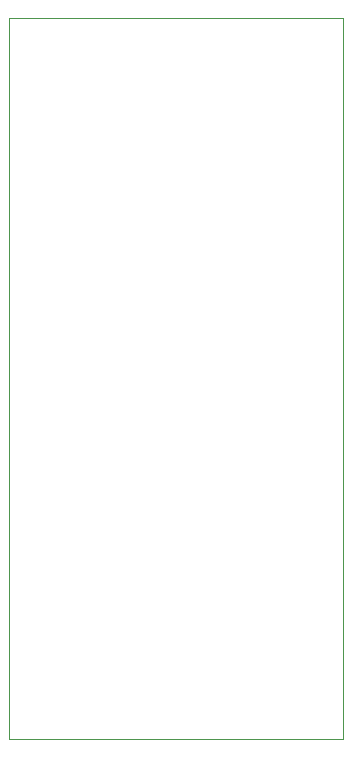
<source format=gm1>
G04 #@! TF.GenerationSoftware,KiCad,Pcbnew,8.0.4*
G04 #@! TF.CreationDate,2024-07-25T20:39:47+02:00*
G04 #@! TF.ProjectId,hmmctrl,686d6d63-7472-46c2-9e6b-696361645f70,rev?*
G04 #@! TF.SameCoordinates,Original*
G04 #@! TF.FileFunction,Profile,NP*
%FSLAX46Y46*%
G04 Gerber Fmt 4.6, Leading zero omitted, Abs format (unit mm)*
G04 Created by KiCad (PCBNEW 8.0.4) date 2024-07-25 20:39:47*
%MOMM*%
%LPD*%
G01*
G04 APERTURE LIST*
G04 #@! TA.AperFunction,Profile*
%ADD10C,0.050000*%
G04 #@! TD*
G04 APERTURE END LIST*
D10*
X87950000Y-29700000D02*
X116250000Y-29700000D01*
X116250000Y-90700000D01*
X87950000Y-90700000D01*
X87950000Y-29700000D01*
M02*

</source>
